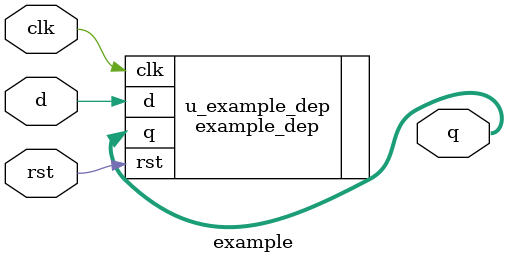
<source format=sv>
module example (
    input logic clk,
    input logic rst,
    input logic d,
    output logic [1:0] q
);

    example_dep u_example_dep (
        .clk,
        .rst,
        .d,
        .q
    );

endmodule

</source>
